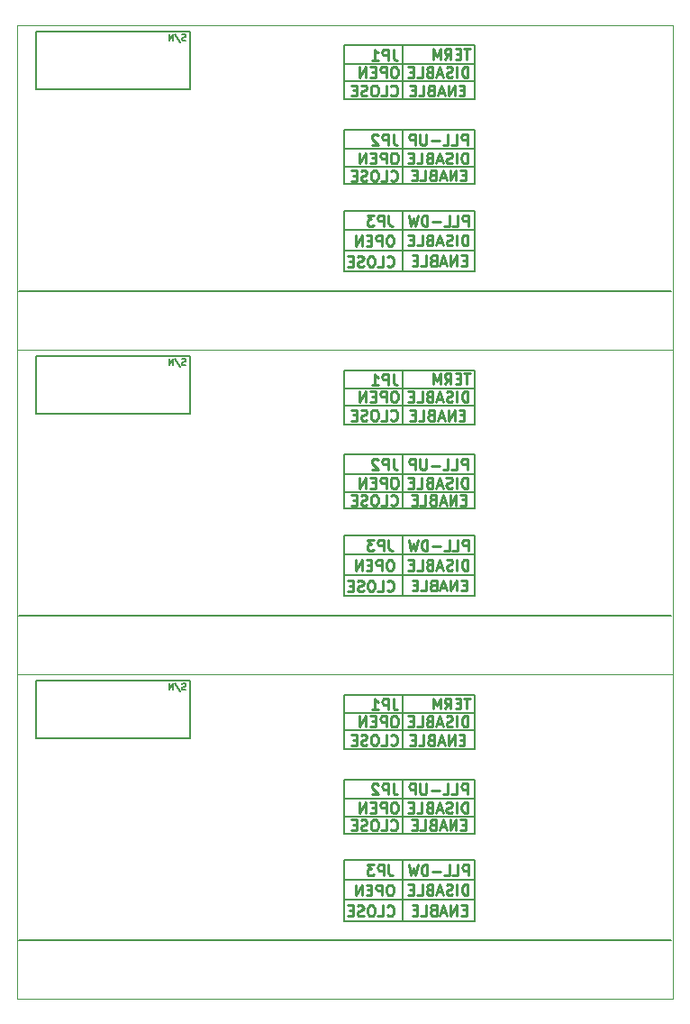
<source format=gbr>
%TF.GenerationSoftware,KiCad,Pcbnew,6.0.11-2627ca5db0~126~ubuntu20.04.1*%
%TF.CreationDate,2024-02-25T19:14:14-05:00*%
%TF.ProjectId,,58585858-5858-4585-9858-585858585858,rev?*%
%TF.SameCoordinates,Original*%
%TF.FileFunction,Legend,Bot*%
%TF.FilePolarity,Positive*%
%FSLAX46Y46*%
G04 Gerber Fmt 4.6, Leading zero omitted, Abs format (unit mm)*
G04 Created by KiCad (PCBNEW 6.0.11-2627ca5db0~126~ubuntu20.04.1) date 2024-02-25 19:14:14*
%MOMM*%
%LPD*%
G01*
G04 APERTURE LIST*
%ADD10C,0.250000*%
%TA.AperFunction,Profile*%
%ADD11C,0.100000*%
%TD*%
%ADD12C,0.150000*%
G04 APERTURE END LIST*
D10*
X107970809Y-124779371D02*
X107637476Y-124779371D01*
X107494619Y-125303180D02*
X107970809Y-125303180D01*
X107970809Y-124303180D01*
X107494619Y-124303180D01*
X107066047Y-125303180D02*
X107066047Y-124303180D01*
X106494619Y-125303180D01*
X106494619Y-124303180D01*
X106066047Y-125017466D02*
X105589857Y-125017466D01*
X106161285Y-125303180D02*
X105827952Y-124303180D01*
X105494619Y-125303180D01*
X104827952Y-124779371D02*
X104685095Y-124826990D01*
X104637476Y-124874609D01*
X104589857Y-124969847D01*
X104589857Y-125112704D01*
X104637476Y-125207942D01*
X104685095Y-125255561D01*
X104780333Y-125303180D01*
X105161285Y-125303180D01*
X105161285Y-124303180D01*
X104827952Y-124303180D01*
X104732714Y-124350800D01*
X104685095Y-124398419D01*
X104637476Y-124493657D01*
X104637476Y-124588895D01*
X104685095Y-124684133D01*
X104732714Y-124731752D01*
X104827952Y-124779371D01*
X105161285Y-124779371D01*
X103685095Y-125303180D02*
X104161285Y-125303180D01*
X104161285Y-124303180D01*
X103351761Y-124779371D02*
X103018428Y-124779371D01*
X102875571Y-125303180D02*
X103351761Y-125303180D01*
X103351761Y-124303180D01*
X102875571Y-124303180D01*
X108158104Y-121543980D02*
X108158104Y-120543980D01*
X107777152Y-120543980D01*
X107681914Y-120591600D01*
X107634295Y-120639219D01*
X107586676Y-120734457D01*
X107586676Y-120877314D01*
X107634295Y-120972552D01*
X107681914Y-121020171D01*
X107777152Y-121067790D01*
X108158104Y-121067790D01*
X106681914Y-121543980D02*
X107158104Y-121543980D01*
X107158104Y-120543980D01*
X105872390Y-121543980D02*
X106348580Y-121543980D01*
X106348580Y-120543980D01*
X105539057Y-121163028D02*
X104777152Y-121163028D01*
X104300961Y-121543980D02*
X104300961Y-120543980D01*
X104062866Y-120543980D01*
X103920009Y-120591600D01*
X103824771Y-120686838D01*
X103777152Y-120782076D01*
X103729533Y-120972552D01*
X103729533Y-121115409D01*
X103777152Y-121305885D01*
X103824771Y-121401123D01*
X103920009Y-121496361D01*
X104062866Y-121543980D01*
X104300961Y-121543980D01*
X103396200Y-120543980D02*
X103158104Y-121543980D01*
X102967628Y-120829695D01*
X102777152Y-121543980D01*
X102539057Y-120543980D01*
X101098733Y-112926780D02*
X101098733Y-113641066D01*
X101146352Y-113783923D01*
X101241590Y-113879161D01*
X101384447Y-113926780D01*
X101479685Y-113926780D01*
X100622542Y-113926780D02*
X100622542Y-112926780D01*
X100241590Y-112926780D01*
X100146352Y-112974400D01*
X100098733Y-113022019D01*
X100051114Y-113117257D01*
X100051114Y-113260114D01*
X100098733Y-113355352D01*
X100146352Y-113402971D01*
X100241590Y-113450590D01*
X100622542Y-113450590D01*
X99670161Y-113022019D02*
X99622542Y-112974400D01*
X99527304Y-112926780D01*
X99289209Y-112926780D01*
X99193971Y-112974400D01*
X99146352Y-113022019D01*
X99098733Y-113117257D01*
X99098733Y-113212495D01*
X99146352Y-113355352D01*
X99717780Y-113926780D01*
X99098733Y-113926780D01*
X108059685Y-113926780D02*
X108059685Y-112926780D01*
X107678733Y-112926780D01*
X107583495Y-112974400D01*
X107535876Y-113022019D01*
X107488257Y-113117257D01*
X107488257Y-113260114D01*
X107535876Y-113355352D01*
X107583495Y-113402971D01*
X107678733Y-113450590D01*
X108059685Y-113450590D01*
X106583495Y-113926780D02*
X107059685Y-113926780D01*
X107059685Y-112926780D01*
X105773971Y-113926780D02*
X106250161Y-113926780D01*
X106250161Y-112926780D01*
X105440638Y-113545828D02*
X104678733Y-113545828D01*
X104202542Y-112926780D02*
X104202542Y-113736304D01*
X104154923Y-113831542D01*
X104107304Y-113879161D01*
X104012066Y-113926780D01*
X103821590Y-113926780D01*
X103726352Y-113879161D01*
X103678733Y-113831542D01*
X103631114Y-113736304D01*
X103631114Y-112926780D01*
X103154923Y-113926780D02*
X103154923Y-112926780D01*
X102773971Y-112926780D01*
X102678733Y-112974400D01*
X102631114Y-113022019D01*
X102583495Y-113117257D01*
X102583495Y-113260114D01*
X102631114Y-113355352D01*
X102678733Y-113402971D01*
X102773971Y-113450590D01*
X103154923Y-113450590D01*
X100873019Y-117221542D02*
X100920638Y-117269161D01*
X101063495Y-117316780D01*
X101158733Y-117316780D01*
X101301590Y-117269161D01*
X101396828Y-117173923D01*
X101444447Y-117078685D01*
X101492066Y-116888209D01*
X101492066Y-116745352D01*
X101444447Y-116554876D01*
X101396828Y-116459638D01*
X101301590Y-116364400D01*
X101158733Y-116316780D01*
X101063495Y-116316780D01*
X100920638Y-116364400D01*
X100873019Y-116412019D01*
X99968257Y-117316780D02*
X100444447Y-117316780D01*
X100444447Y-116316780D01*
X99444447Y-116316780D02*
X99253971Y-116316780D01*
X99158733Y-116364400D01*
X99063495Y-116459638D01*
X99015876Y-116650114D01*
X99015876Y-116983447D01*
X99063495Y-117173923D01*
X99158733Y-117269161D01*
X99253971Y-117316780D01*
X99444447Y-117316780D01*
X99539685Y-117269161D01*
X99634923Y-117173923D01*
X99682542Y-116983447D01*
X99682542Y-116650114D01*
X99634923Y-116459638D01*
X99539685Y-116364400D01*
X99444447Y-116316780D01*
X98634923Y-117269161D02*
X98492066Y-117316780D01*
X98253971Y-117316780D01*
X98158733Y-117269161D01*
X98111114Y-117221542D01*
X98063495Y-117126304D01*
X98063495Y-117031066D01*
X98111114Y-116935828D01*
X98158733Y-116888209D01*
X98253971Y-116840590D01*
X98444447Y-116792971D01*
X98539685Y-116745352D01*
X98587304Y-116697733D01*
X98634923Y-116602495D01*
X98634923Y-116507257D01*
X98587304Y-116412019D01*
X98539685Y-116364400D01*
X98444447Y-116316780D01*
X98206352Y-116316780D01*
X98063495Y-116364400D01*
X97634923Y-116792971D02*
X97301590Y-116792971D01*
X97158733Y-117316780D02*
X97634923Y-117316780D01*
X97634923Y-116316780D01*
X97158733Y-116316780D01*
X100896828Y-122416780D02*
X100706352Y-122416780D01*
X100611114Y-122464400D01*
X100515876Y-122559638D01*
X100468257Y-122750114D01*
X100468257Y-123083447D01*
X100515876Y-123273923D01*
X100611114Y-123369161D01*
X100706352Y-123416780D01*
X100896828Y-123416780D01*
X100992066Y-123369161D01*
X101087304Y-123273923D01*
X101134923Y-123083447D01*
X101134923Y-122750114D01*
X101087304Y-122559638D01*
X100992066Y-122464400D01*
X100896828Y-122416780D01*
X100039685Y-123416780D02*
X100039685Y-122416780D01*
X99658733Y-122416780D01*
X99563495Y-122464400D01*
X99515876Y-122512019D01*
X99468257Y-122607257D01*
X99468257Y-122750114D01*
X99515876Y-122845352D01*
X99563495Y-122892971D01*
X99658733Y-122940590D01*
X100039685Y-122940590D01*
X99039685Y-122892971D02*
X98706352Y-122892971D01*
X98563495Y-123416780D02*
X99039685Y-123416780D01*
X99039685Y-122416780D01*
X98563495Y-122416780D01*
X98134923Y-123416780D02*
X98134923Y-122416780D01*
X97563495Y-123416780D01*
X97563495Y-122416780D01*
X108323323Y-104897580D02*
X107751895Y-104897580D01*
X108037609Y-105897580D02*
X108037609Y-104897580D01*
X107418561Y-105373771D02*
X107085228Y-105373771D01*
X106942371Y-105897580D02*
X107418561Y-105897580D01*
X107418561Y-104897580D01*
X106942371Y-104897580D01*
X105942371Y-105897580D02*
X106275704Y-105421390D01*
X106513800Y-105897580D02*
X106513800Y-104897580D01*
X106132847Y-104897580D01*
X106037609Y-104945200D01*
X105989990Y-104992819D01*
X105942371Y-105088057D01*
X105942371Y-105230914D01*
X105989990Y-105326152D01*
X106037609Y-105373771D01*
X106132847Y-105421390D01*
X106513800Y-105421390D01*
X105513800Y-105897580D02*
X105513800Y-104897580D01*
X105180466Y-105611866D01*
X104847133Y-104897580D01*
X104847133Y-105897580D01*
X100543019Y-125261542D02*
X100590638Y-125309161D01*
X100733495Y-125356780D01*
X100828733Y-125356780D01*
X100971590Y-125309161D01*
X101066828Y-125213923D01*
X101114447Y-125118685D01*
X101162066Y-124928209D01*
X101162066Y-124785352D01*
X101114447Y-124594876D01*
X101066828Y-124499638D01*
X100971590Y-124404400D01*
X100828733Y-124356780D01*
X100733495Y-124356780D01*
X100590638Y-124404400D01*
X100543019Y-124452019D01*
X99638257Y-125356780D02*
X100114447Y-125356780D01*
X100114447Y-124356780D01*
X99114447Y-124356780D02*
X98923971Y-124356780D01*
X98828733Y-124404400D01*
X98733495Y-124499638D01*
X98685876Y-124690114D01*
X98685876Y-125023447D01*
X98733495Y-125213923D01*
X98828733Y-125309161D01*
X98923971Y-125356780D01*
X99114447Y-125356780D01*
X99209685Y-125309161D01*
X99304923Y-125213923D01*
X99352542Y-125023447D01*
X99352542Y-124690114D01*
X99304923Y-124499638D01*
X99209685Y-124404400D01*
X99114447Y-124356780D01*
X98304923Y-125309161D02*
X98162066Y-125356780D01*
X97923971Y-125356780D01*
X97828733Y-125309161D01*
X97781114Y-125261542D01*
X97733495Y-125166304D01*
X97733495Y-125071066D01*
X97781114Y-124975828D01*
X97828733Y-124928209D01*
X97923971Y-124880590D01*
X98114447Y-124832971D01*
X98209685Y-124785352D01*
X98257304Y-124737733D01*
X98304923Y-124642495D01*
X98304923Y-124547257D01*
X98257304Y-124452019D01*
X98209685Y-124404400D01*
X98114447Y-124356780D01*
X97876352Y-124356780D01*
X97733495Y-124404400D01*
X97304923Y-124832971D02*
X96971590Y-124832971D01*
X96828733Y-125356780D02*
X97304923Y-125356780D01*
X97304923Y-124356780D01*
X96828733Y-124356780D01*
X100873019Y-109221542D02*
X100920638Y-109269161D01*
X101063495Y-109316780D01*
X101158733Y-109316780D01*
X101301590Y-109269161D01*
X101396828Y-109173923D01*
X101444447Y-109078685D01*
X101492066Y-108888209D01*
X101492066Y-108745352D01*
X101444447Y-108554876D01*
X101396828Y-108459638D01*
X101301590Y-108364400D01*
X101158733Y-108316780D01*
X101063495Y-108316780D01*
X100920638Y-108364400D01*
X100873019Y-108412019D01*
X99968257Y-109316780D02*
X100444447Y-109316780D01*
X100444447Y-108316780D01*
X99444447Y-108316780D02*
X99253971Y-108316780D01*
X99158733Y-108364400D01*
X99063495Y-108459638D01*
X99015876Y-108650114D01*
X99015876Y-108983447D01*
X99063495Y-109173923D01*
X99158733Y-109269161D01*
X99253971Y-109316780D01*
X99444447Y-109316780D01*
X99539685Y-109269161D01*
X99634923Y-109173923D01*
X99682542Y-108983447D01*
X99682542Y-108650114D01*
X99634923Y-108459638D01*
X99539685Y-108364400D01*
X99444447Y-108316780D01*
X98634923Y-109269161D02*
X98492066Y-109316780D01*
X98253971Y-109316780D01*
X98158733Y-109269161D01*
X98111114Y-109221542D01*
X98063495Y-109126304D01*
X98063495Y-109031066D01*
X98111114Y-108935828D01*
X98158733Y-108888209D01*
X98253971Y-108840590D01*
X98444447Y-108792971D01*
X98539685Y-108745352D01*
X98587304Y-108697733D01*
X98634923Y-108602495D01*
X98634923Y-108507257D01*
X98587304Y-108412019D01*
X98539685Y-108364400D01*
X98444447Y-108316780D01*
X98206352Y-108316780D01*
X98063495Y-108364400D01*
X97634923Y-108792971D02*
X97301590Y-108792971D01*
X97158733Y-109316780D02*
X97634923Y-109316780D01*
X97634923Y-108316780D01*
X97158733Y-108316780D01*
X101296828Y-106576780D02*
X101106352Y-106576780D01*
X101011114Y-106624400D01*
X100915876Y-106719638D01*
X100868257Y-106910114D01*
X100868257Y-107243447D01*
X100915876Y-107433923D01*
X101011114Y-107529161D01*
X101106352Y-107576780D01*
X101296828Y-107576780D01*
X101392066Y-107529161D01*
X101487304Y-107433923D01*
X101534923Y-107243447D01*
X101534923Y-106910114D01*
X101487304Y-106719638D01*
X101392066Y-106624400D01*
X101296828Y-106576780D01*
X100439685Y-107576780D02*
X100439685Y-106576780D01*
X100058733Y-106576780D01*
X99963495Y-106624400D01*
X99915876Y-106672019D01*
X99868257Y-106767257D01*
X99868257Y-106910114D01*
X99915876Y-107005352D01*
X99963495Y-107052971D01*
X100058733Y-107100590D01*
X100439685Y-107100590D01*
X99439685Y-107052971D02*
X99106352Y-107052971D01*
X98963495Y-107576780D02*
X99439685Y-107576780D01*
X99439685Y-106576780D01*
X98963495Y-106576780D01*
X98534923Y-107576780D02*
X98534923Y-106576780D01*
X97963495Y-107576780D01*
X97963495Y-106576780D01*
X108107304Y-123372780D02*
X108107304Y-122372780D01*
X107869209Y-122372780D01*
X107726352Y-122420400D01*
X107631114Y-122515638D01*
X107583495Y-122610876D01*
X107535876Y-122801352D01*
X107535876Y-122944209D01*
X107583495Y-123134685D01*
X107631114Y-123229923D01*
X107726352Y-123325161D01*
X107869209Y-123372780D01*
X108107304Y-123372780D01*
X107107304Y-123372780D02*
X107107304Y-122372780D01*
X106678733Y-123325161D02*
X106535876Y-123372780D01*
X106297780Y-123372780D01*
X106202542Y-123325161D01*
X106154923Y-123277542D01*
X106107304Y-123182304D01*
X106107304Y-123087066D01*
X106154923Y-122991828D01*
X106202542Y-122944209D01*
X106297780Y-122896590D01*
X106488257Y-122848971D01*
X106583495Y-122801352D01*
X106631114Y-122753733D01*
X106678733Y-122658495D01*
X106678733Y-122563257D01*
X106631114Y-122468019D01*
X106583495Y-122420400D01*
X106488257Y-122372780D01*
X106250161Y-122372780D01*
X106107304Y-122420400D01*
X105726352Y-123087066D02*
X105250161Y-123087066D01*
X105821590Y-123372780D02*
X105488257Y-122372780D01*
X105154923Y-123372780D01*
X104488257Y-122848971D02*
X104345400Y-122896590D01*
X104297780Y-122944209D01*
X104250161Y-123039447D01*
X104250161Y-123182304D01*
X104297780Y-123277542D01*
X104345400Y-123325161D01*
X104440638Y-123372780D01*
X104821590Y-123372780D01*
X104821590Y-122372780D01*
X104488257Y-122372780D01*
X104393019Y-122420400D01*
X104345400Y-122468019D01*
X104297780Y-122563257D01*
X104297780Y-122658495D01*
X104345400Y-122753733D01*
X104393019Y-122801352D01*
X104488257Y-122848971D01*
X104821590Y-122848971D01*
X103345400Y-123372780D02*
X103821590Y-123372780D01*
X103821590Y-122372780D01*
X103012066Y-122848971D02*
X102678733Y-122848971D01*
X102535876Y-123372780D02*
X103012066Y-123372780D01*
X103012066Y-122372780D01*
X102535876Y-122372780D01*
X101296828Y-114666780D02*
X101106352Y-114666780D01*
X101011114Y-114714400D01*
X100915876Y-114809638D01*
X100868257Y-115000114D01*
X100868257Y-115333447D01*
X100915876Y-115523923D01*
X101011114Y-115619161D01*
X101106352Y-115666780D01*
X101296828Y-115666780D01*
X101392066Y-115619161D01*
X101487304Y-115523923D01*
X101534923Y-115333447D01*
X101534923Y-115000114D01*
X101487304Y-114809638D01*
X101392066Y-114714400D01*
X101296828Y-114666780D01*
X100439685Y-115666780D02*
X100439685Y-114666780D01*
X100058733Y-114666780D01*
X99963495Y-114714400D01*
X99915876Y-114762019D01*
X99868257Y-114857257D01*
X99868257Y-115000114D01*
X99915876Y-115095352D01*
X99963495Y-115142971D01*
X100058733Y-115190590D01*
X100439685Y-115190590D01*
X99439685Y-115142971D02*
X99106352Y-115142971D01*
X98963495Y-115666780D02*
X99439685Y-115666780D01*
X99439685Y-114666780D01*
X98963495Y-114666780D01*
X98534923Y-115666780D02*
X98534923Y-114666780D01*
X97963495Y-115666780D01*
X97963495Y-114666780D01*
X108087304Y-115666780D02*
X108087304Y-114666780D01*
X107849209Y-114666780D01*
X107706352Y-114714400D01*
X107611114Y-114809638D01*
X107563495Y-114904876D01*
X107515876Y-115095352D01*
X107515876Y-115238209D01*
X107563495Y-115428685D01*
X107611114Y-115523923D01*
X107706352Y-115619161D01*
X107849209Y-115666780D01*
X108087304Y-115666780D01*
X107087304Y-115666780D02*
X107087304Y-114666780D01*
X106658733Y-115619161D02*
X106515876Y-115666780D01*
X106277780Y-115666780D01*
X106182542Y-115619161D01*
X106134923Y-115571542D01*
X106087304Y-115476304D01*
X106087304Y-115381066D01*
X106134923Y-115285828D01*
X106182542Y-115238209D01*
X106277780Y-115190590D01*
X106468257Y-115142971D01*
X106563495Y-115095352D01*
X106611114Y-115047733D01*
X106658733Y-114952495D01*
X106658733Y-114857257D01*
X106611114Y-114762019D01*
X106563495Y-114714400D01*
X106468257Y-114666780D01*
X106230161Y-114666780D01*
X106087304Y-114714400D01*
X105706352Y-115381066D02*
X105230161Y-115381066D01*
X105801590Y-115666780D02*
X105468257Y-114666780D01*
X105134923Y-115666780D01*
X104468257Y-115142971D02*
X104325400Y-115190590D01*
X104277780Y-115238209D01*
X104230161Y-115333447D01*
X104230161Y-115476304D01*
X104277780Y-115571542D01*
X104325400Y-115619161D01*
X104420638Y-115666780D01*
X104801590Y-115666780D01*
X104801590Y-114666780D01*
X104468257Y-114666780D01*
X104373019Y-114714400D01*
X104325400Y-114762019D01*
X104277780Y-114857257D01*
X104277780Y-114952495D01*
X104325400Y-115047733D01*
X104373019Y-115095352D01*
X104468257Y-115142971D01*
X104801590Y-115142971D01*
X103325400Y-115666780D02*
X103801590Y-115666780D01*
X103801590Y-114666780D01*
X102992066Y-115142971D02*
X102658733Y-115142971D01*
X102515876Y-115666780D02*
X102992066Y-115666780D01*
X102992066Y-114666780D01*
X102515876Y-114666780D01*
D11*
X65735200Y-102656000D02*
X127415200Y-102656000D01*
X127415200Y-133156000D02*
X127415200Y-102656000D01*
X65735200Y-102656000D02*
X65735200Y-133156000D01*
X65735200Y-133156000D02*
X127415200Y-133156000D01*
D12*
X108725400Y-112514400D02*
X96455400Y-112514400D01*
X67487600Y-103240000D02*
X82016400Y-103240000D01*
X82016400Y-103240000D02*
X82016400Y-108675600D01*
X82016400Y-108675600D02*
X67487600Y-108675600D01*
X67487600Y-108675600D02*
X67487600Y-103240000D01*
X108725400Y-125814400D02*
X96455400Y-125814400D01*
X108725400Y-104584400D02*
X96455400Y-104584400D01*
X108725400Y-123814400D02*
X96455400Y-123814400D01*
X96455400Y-104584400D02*
X96455400Y-109664400D01*
X108725400Y-114314400D02*
X96455400Y-114314400D01*
X108725400Y-116014400D02*
X96455400Y-116014400D01*
X108725400Y-107914400D02*
X96455400Y-107914400D01*
X108725400Y-120114400D02*
X96455400Y-120114400D01*
X65885200Y-127656000D02*
X127215200Y-127656000D01*
X108725400Y-121914400D02*
X96455400Y-121914400D01*
X102025400Y-104584400D02*
X102025400Y-109664400D01*
X108725400Y-109664400D02*
X96455400Y-109664400D01*
X102025400Y-120114400D02*
X102025400Y-125814400D01*
X108725400Y-117594400D02*
X96455400Y-117594400D01*
X108725400Y-120114400D02*
X108725400Y-125814400D01*
X96455400Y-120114400D02*
X96455400Y-125814400D01*
D10*
X107767609Y-108792971D02*
X107434276Y-108792971D01*
X107291419Y-109316780D02*
X107767609Y-109316780D01*
X107767609Y-108316780D01*
X107291419Y-108316780D01*
X106862847Y-109316780D02*
X106862847Y-108316780D01*
X106291419Y-109316780D01*
X106291419Y-108316780D01*
X105862847Y-109031066D02*
X105386657Y-109031066D01*
X105958085Y-109316780D02*
X105624752Y-108316780D01*
X105291419Y-109316780D01*
X104624752Y-108792971D02*
X104481895Y-108840590D01*
X104434276Y-108888209D01*
X104386657Y-108983447D01*
X104386657Y-109126304D01*
X104434276Y-109221542D01*
X104481895Y-109269161D01*
X104577133Y-109316780D01*
X104958085Y-109316780D01*
X104958085Y-108316780D01*
X104624752Y-108316780D01*
X104529514Y-108364400D01*
X104481895Y-108412019D01*
X104434276Y-108507257D01*
X104434276Y-108602495D01*
X104481895Y-108697733D01*
X104529514Y-108745352D01*
X104624752Y-108792971D01*
X104958085Y-108792971D01*
X103481895Y-109316780D02*
X103958085Y-109316780D01*
X103958085Y-108316780D01*
X103148561Y-108792971D02*
X102815228Y-108792971D01*
X102672371Y-109316780D02*
X103148561Y-109316780D01*
X103148561Y-108316780D01*
X102672371Y-108316780D01*
X108107304Y-107576780D02*
X108107304Y-106576780D01*
X107869209Y-106576780D01*
X107726352Y-106624400D01*
X107631114Y-106719638D01*
X107583495Y-106814876D01*
X107535876Y-107005352D01*
X107535876Y-107148209D01*
X107583495Y-107338685D01*
X107631114Y-107433923D01*
X107726352Y-107529161D01*
X107869209Y-107576780D01*
X108107304Y-107576780D01*
X107107304Y-107576780D02*
X107107304Y-106576780D01*
X106678733Y-107529161D02*
X106535876Y-107576780D01*
X106297780Y-107576780D01*
X106202542Y-107529161D01*
X106154923Y-107481542D01*
X106107304Y-107386304D01*
X106107304Y-107291066D01*
X106154923Y-107195828D01*
X106202542Y-107148209D01*
X106297780Y-107100590D01*
X106488257Y-107052971D01*
X106583495Y-107005352D01*
X106631114Y-106957733D01*
X106678733Y-106862495D01*
X106678733Y-106767257D01*
X106631114Y-106672019D01*
X106583495Y-106624400D01*
X106488257Y-106576780D01*
X106250161Y-106576780D01*
X106107304Y-106624400D01*
X105726352Y-107291066D02*
X105250161Y-107291066D01*
X105821590Y-107576780D02*
X105488257Y-106576780D01*
X105154923Y-107576780D01*
X104488257Y-107052971D02*
X104345400Y-107100590D01*
X104297780Y-107148209D01*
X104250161Y-107243447D01*
X104250161Y-107386304D01*
X104297780Y-107481542D01*
X104345400Y-107529161D01*
X104440638Y-107576780D01*
X104821590Y-107576780D01*
X104821590Y-106576780D01*
X104488257Y-106576780D01*
X104393019Y-106624400D01*
X104345400Y-106672019D01*
X104297780Y-106767257D01*
X104297780Y-106862495D01*
X104345400Y-106957733D01*
X104393019Y-107005352D01*
X104488257Y-107052971D01*
X104821590Y-107052971D01*
X103345400Y-107576780D02*
X103821590Y-107576780D01*
X103821590Y-106576780D01*
X103012066Y-107052971D02*
X102678733Y-107052971D01*
X102535876Y-107576780D02*
X103012066Y-107576780D01*
X103012066Y-106576780D01*
X102535876Y-106576780D01*
X101098733Y-104966780D02*
X101098733Y-105681066D01*
X101146352Y-105823923D01*
X101241590Y-105919161D01*
X101384447Y-105966780D01*
X101479685Y-105966780D01*
X100622542Y-105966780D02*
X100622542Y-104966780D01*
X100241590Y-104966780D01*
X100146352Y-105014400D01*
X100098733Y-105062019D01*
X100051114Y-105157257D01*
X100051114Y-105300114D01*
X100098733Y-105395352D01*
X100146352Y-105442971D01*
X100241590Y-105490590D01*
X100622542Y-105490590D01*
X99098733Y-105966780D02*
X99670161Y-105966780D01*
X99384447Y-105966780D02*
X99384447Y-104966780D01*
X99479685Y-105109638D01*
X99574923Y-105204876D01*
X99670161Y-105252495D01*
D12*
X108725400Y-106314400D02*
X96455400Y-106314400D01*
X81597200Y-104092457D02*
X81511485Y-104121028D01*
X81368628Y-104121028D01*
X81311485Y-104092457D01*
X81282914Y-104063885D01*
X81254342Y-104006742D01*
X81254342Y-103949600D01*
X81282914Y-103892457D01*
X81311485Y-103863885D01*
X81368628Y-103835314D01*
X81482914Y-103806742D01*
X81540057Y-103778171D01*
X81568628Y-103749600D01*
X81597200Y-103692457D01*
X81597200Y-103635314D01*
X81568628Y-103578171D01*
X81540057Y-103549600D01*
X81482914Y-103521028D01*
X81340057Y-103521028D01*
X81254342Y-103549600D01*
X80568628Y-103492457D02*
X81082914Y-104263885D01*
X80368628Y-104121028D02*
X80368628Y-103521028D01*
X80025771Y-104121028D01*
X80025771Y-103521028D01*
X96455400Y-112514400D02*
X96455400Y-117594400D01*
D10*
X100658733Y-120546780D02*
X100658733Y-121261066D01*
X100706352Y-121403923D01*
X100801590Y-121499161D01*
X100944447Y-121546780D01*
X101039685Y-121546780D01*
X100182542Y-121546780D02*
X100182542Y-120546780D01*
X99801590Y-120546780D01*
X99706352Y-120594400D01*
X99658733Y-120642019D01*
X99611114Y-120737257D01*
X99611114Y-120880114D01*
X99658733Y-120975352D01*
X99706352Y-121022971D01*
X99801590Y-121070590D01*
X100182542Y-121070590D01*
X99277780Y-120546780D02*
X98658733Y-120546780D01*
X98992066Y-120927733D01*
X98849209Y-120927733D01*
X98753971Y-120975352D01*
X98706352Y-121022971D01*
X98658733Y-121118209D01*
X98658733Y-121356304D01*
X98706352Y-121451542D01*
X98753971Y-121499161D01*
X98849209Y-121546780D01*
X99134923Y-121546780D01*
X99230161Y-121499161D01*
X99277780Y-121451542D01*
D12*
X102025400Y-112514400D02*
X102025400Y-117594400D01*
X108725400Y-112514400D02*
X108725400Y-117594400D01*
X108725400Y-104584400D02*
X108725400Y-109664400D01*
D10*
X107920009Y-116752971D02*
X107586676Y-116752971D01*
X107443819Y-117276780D02*
X107920009Y-117276780D01*
X107920009Y-116276780D01*
X107443819Y-116276780D01*
X107015247Y-117276780D02*
X107015247Y-116276780D01*
X106443819Y-117276780D01*
X106443819Y-116276780D01*
X106015247Y-116991066D02*
X105539057Y-116991066D01*
X106110485Y-117276780D02*
X105777152Y-116276780D01*
X105443819Y-117276780D01*
X104777152Y-116752971D02*
X104634295Y-116800590D01*
X104586676Y-116848209D01*
X104539057Y-116943447D01*
X104539057Y-117086304D01*
X104586676Y-117181542D01*
X104634295Y-117229161D01*
X104729533Y-117276780D01*
X105110485Y-117276780D01*
X105110485Y-116276780D01*
X104777152Y-116276780D01*
X104681914Y-116324400D01*
X104634295Y-116372019D01*
X104586676Y-116467257D01*
X104586676Y-116562495D01*
X104634295Y-116657733D01*
X104681914Y-116705352D01*
X104777152Y-116752971D01*
X105110485Y-116752971D01*
X103634295Y-117276780D02*
X104110485Y-117276780D01*
X104110485Y-116276780D01*
X103300961Y-116752971D02*
X102967628Y-116752971D01*
X102824771Y-117276780D02*
X103300961Y-117276780D01*
X103300961Y-116276780D01*
X102824771Y-116276780D01*
X107970809Y-94279371D02*
X107637476Y-94279371D01*
X107494619Y-94803180D02*
X107970809Y-94803180D01*
X107970809Y-93803180D01*
X107494619Y-93803180D01*
X107066047Y-94803180D02*
X107066047Y-93803180D01*
X106494619Y-94803180D01*
X106494619Y-93803180D01*
X106066047Y-94517466D02*
X105589857Y-94517466D01*
X106161285Y-94803180D02*
X105827952Y-93803180D01*
X105494619Y-94803180D01*
X104827952Y-94279371D02*
X104685095Y-94326990D01*
X104637476Y-94374609D01*
X104589857Y-94469847D01*
X104589857Y-94612704D01*
X104637476Y-94707942D01*
X104685095Y-94755561D01*
X104780333Y-94803180D01*
X105161285Y-94803180D01*
X105161285Y-93803180D01*
X104827952Y-93803180D01*
X104732714Y-93850800D01*
X104685095Y-93898419D01*
X104637476Y-93993657D01*
X104637476Y-94088895D01*
X104685095Y-94184133D01*
X104732714Y-94231752D01*
X104827952Y-94279371D01*
X105161285Y-94279371D01*
X103685095Y-94803180D02*
X104161285Y-94803180D01*
X104161285Y-93803180D01*
X103351761Y-94279371D02*
X103018428Y-94279371D01*
X102875571Y-94803180D02*
X103351761Y-94803180D01*
X103351761Y-93803180D01*
X102875571Y-93803180D01*
X108158104Y-91043980D02*
X108158104Y-90043980D01*
X107777152Y-90043980D01*
X107681914Y-90091600D01*
X107634295Y-90139219D01*
X107586676Y-90234457D01*
X107586676Y-90377314D01*
X107634295Y-90472552D01*
X107681914Y-90520171D01*
X107777152Y-90567790D01*
X108158104Y-90567790D01*
X106681914Y-91043980D02*
X107158104Y-91043980D01*
X107158104Y-90043980D01*
X105872390Y-91043980D02*
X106348580Y-91043980D01*
X106348580Y-90043980D01*
X105539057Y-90663028D02*
X104777152Y-90663028D01*
X104300961Y-91043980D02*
X104300961Y-90043980D01*
X104062866Y-90043980D01*
X103920009Y-90091600D01*
X103824771Y-90186838D01*
X103777152Y-90282076D01*
X103729533Y-90472552D01*
X103729533Y-90615409D01*
X103777152Y-90805885D01*
X103824771Y-90901123D01*
X103920009Y-90996361D01*
X104062866Y-91043980D01*
X104300961Y-91043980D01*
X103396200Y-90043980D02*
X103158104Y-91043980D01*
X102967628Y-90329695D01*
X102777152Y-91043980D01*
X102539057Y-90043980D01*
X101098733Y-82426780D02*
X101098733Y-83141066D01*
X101146352Y-83283923D01*
X101241590Y-83379161D01*
X101384447Y-83426780D01*
X101479685Y-83426780D01*
X100622542Y-83426780D02*
X100622542Y-82426780D01*
X100241590Y-82426780D01*
X100146352Y-82474400D01*
X100098733Y-82522019D01*
X100051114Y-82617257D01*
X100051114Y-82760114D01*
X100098733Y-82855352D01*
X100146352Y-82902971D01*
X100241590Y-82950590D01*
X100622542Y-82950590D01*
X99670161Y-82522019D02*
X99622542Y-82474400D01*
X99527304Y-82426780D01*
X99289209Y-82426780D01*
X99193971Y-82474400D01*
X99146352Y-82522019D01*
X99098733Y-82617257D01*
X99098733Y-82712495D01*
X99146352Y-82855352D01*
X99717780Y-83426780D01*
X99098733Y-83426780D01*
X108059685Y-83426780D02*
X108059685Y-82426780D01*
X107678733Y-82426780D01*
X107583495Y-82474400D01*
X107535876Y-82522019D01*
X107488257Y-82617257D01*
X107488257Y-82760114D01*
X107535876Y-82855352D01*
X107583495Y-82902971D01*
X107678733Y-82950590D01*
X108059685Y-82950590D01*
X106583495Y-83426780D02*
X107059685Y-83426780D01*
X107059685Y-82426780D01*
X105773971Y-83426780D02*
X106250161Y-83426780D01*
X106250161Y-82426780D01*
X105440638Y-83045828D02*
X104678733Y-83045828D01*
X104202542Y-82426780D02*
X104202542Y-83236304D01*
X104154923Y-83331542D01*
X104107304Y-83379161D01*
X104012066Y-83426780D01*
X103821590Y-83426780D01*
X103726352Y-83379161D01*
X103678733Y-83331542D01*
X103631114Y-83236304D01*
X103631114Y-82426780D01*
X103154923Y-83426780D02*
X103154923Y-82426780D01*
X102773971Y-82426780D01*
X102678733Y-82474400D01*
X102631114Y-82522019D01*
X102583495Y-82617257D01*
X102583495Y-82760114D01*
X102631114Y-82855352D01*
X102678733Y-82902971D01*
X102773971Y-82950590D01*
X103154923Y-82950590D01*
X100873019Y-86721542D02*
X100920638Y-86769161D01*
X101063495Y-86816780D01*
X101158733Y-86816780D01*
X101301590Y-86769161D01*
X101396828Y-86673923D01*
X101444447Y-86578685D01*
X101492066Y-86388209D01*
X101492066Y-86245352D01*
X101444447Y-86054876D01*
X101396828Y-85959638D01*
X101301590Y-85864400D01*
X101158733Y-85816780D01*
X101063495Y-85816780D01*
X100920638Y-85864400D01*
X100873019Y-85912019D01*
X99968257Y-86816780D02*
X100444447Y-86816780D01*
X100444447Y-85816780D01*
X99444447Y-85816780D02*
X99253971Y-85816780D01*
X99158733Y-85864400D01*
X99063495Y-85959638D01*
X99015876Y-86150114D01*
X99015876Y-86483447D01*
X99063495Y-86673923D01*
X99158733Y-86769161D01*
X99253971Y-86816780D01*
X99444447Y-86816780D01*
X99539685Y-86769161D01*
X99634923Y-86673923D01*
X99682542Y-86483447D01*
X99682542Y-86150114D01*
X99634923Y-85959638D01*
X99539685Y-85864400D01*
X99444447Y-85816780D01*
X98634923Y-86769161D02*
X98492066Y-86816780D01*
X98253971Y-86816780D01*
X98158733Y-86769161D01*
X98111114Y-86721542D01*
X98063495Y-86626304D01*
X98063495Y-86531066D01*
X98111114Y-86435828D01*
X98158733Y-86388209D01*
X98253971Y-86340590D01*
X98444447Y-86292971D01*
X98539685Y-86245352D01*
X98587304Y-86197733D01*
X98634923Y-86102495D01*
X98634923Y-86007257D01*
X98587304Y-85912019D01*
X98539685Y-85864400D01*
X98444447Y-85816780D01*
X98206352Y-85816780D01*
X98063495Y-85864400D01*
X97634923Y-86292971D02*
X97301590Y-86292971D01*
X97158733Y-86816780D02*
X97634923Y-86816780D01*
X97634923Y-85816780D01*
X97158733Y-85816780D01*
X100896828Y-91916780D02*
X100706352Y-91916780D01*
X100611114Y-91964400D01*
X100515876Y-92059638D01*
X100468257Y-92250114D01*
X100468257Y-92583447D01*
X100515876Y-92773923D01*
X100611114Y-92869161D01*
X100706352Y-92916780D01*
X100896828Y-92916780D01*
X100992066Y-92869161D01*
X101087304Y-92773923D01*
X101134923Y-92583447D01*
X101134923Y-92250114D01*
X101087304Y-92059638D01*
X100992066Y-91964400D01*
X100896828Y-91916780D01*
X100039685Y-92916780D02*
X100039685Y-91916780D01*
X99658733Y-91916780D01*
X99563495Y-91964400D01*
X99515876Y-92012019D01*
X99468257Y-92107257D01*
X99468257Y-92250114D01*
X99515876Y-92345352D01*
X99563495Y-92392971D01*
X99658733Y-92440590D01*
X100039685Y-92440590D01*
X99039685Y-92392971D02*
X98706352Y-92392971D01*
X98563495Y-92916780D02*
X99039685Y-92916780D01*
X99039685Y-91916780D01*
X98563495Y-91916780D01*
X98134923Y-92916780D02*
X98134923Y-91916780D01*
X97563495Y-92916780D01*
X97563495Y-91916780D01*
X108323323Y-74397580D02*
X107751895Y-74397580D01*
X108037609Y-75397580D02*
X108037609Y-74397580D01*
X107418561Y-74873771D02*
X107085228Y-74873771D01*
X106942371Y-75397580D02*
X107418561Y-75397580D01*
X107418561Y-74397580D01*
X106942371Y-74397580D01*
X105942371Y-75397580D02*
X106275704Y-74921390D01*
X106513800Y-75397580D02*
X106513800Y-74397580D01*
X106132847Y-74397580D01*
X106037609Y-74445200D01*
X105989990Y-74492819D01*
X105942371Y-74588057D01*
X105942371Y-74730914D01*
X105989990Y-74826152D01*
X106037609Y-74873771D01*
X106132847Y-74921390D01*
X106513800Y-74921390D01*
X105513800Y-75397580D02*
X105513800Y-74397580D01*
X105180466Y-75111866D01*
X104847133Y-74397580D01*
X104847133Y-75397580D01*
X100543019Y-94761542D02*
X100590638Y-94809161D01*
X100733495Y-94856780D01*
X100828733Y-94856780D01*
X100971590Y-94809161D01*
X101066828Y-94713923D01*
X101114447Y-94618685D01*
X101162066Y-94428209D01*
X101162066Y-94285352D01*
X101114447Y-94094876D01*
X101066828Y-93999638D01*
X100971590Y-93904400D01*
X100828733Y-93856780D01*
X100733495Y-93856780D01*
X100590638Y-93904400D01*
X100543019Y-93952019D01*
X99638257Y-94856780D02*
X100114447Y-94856780D01*
X100114447Y-93856780D01*
X99114447Y-93856780D02*
X98923971Y-93856780D01*
X98828733Y-93904400D01*
X98733495Y-93999638D01*
X98685876Y-94190114D01*
X98685876Y-94523447D01*
X98733495Y-94713923D01*
X98828733Y-94809161D01*
X98923971Y-94856780D01*
X99114447Y-94856780D01*
X99209685Y-94809161D01*
X99304923Y-94713923D01*
X99352542Y-94523447D01*
X99352542Y-94190114D01*
X99304923Y-93999638D01*
X99209685Y-93904400D01*
X99114447Y-93856780D01*
X98304923Y-94809161D02*
X98162066Y-94856780D01*
X97923971Y-94856780D01*
X97828733Y-94809161D01*
X97781114Y-94761542D01*
X97733495Y-94666304D01*
X97733495Y-94571066D01*
X97781114Y-94475828D01*
X97828733Y-94428209D01*
X97923971Y-94380590D01*
X98114447Y-94332971D01*
X98209685Y-94285352D01*
X98257304Y-94237733D01*
X98304923Y-94142495D01*
X98304923Y-94047257D01*
X98257304Y-93952019D01*
X98209685Y-93904400D01*
X98114447Y-93856780D01*
X97876352Y-93856780D01*
X97733495Y-93904400D01*
X97304923Y-94332971D02*
X96971590Y-94332971D01*
X96828733Y-94856780D02*
X97304923Y-94856780D01*
X97304923Y-93856780D01*
X96828733Y-93856780D01*
X100873019Y-78721542D02*
X100920638Y-78769161D01*
X101063495Y-78816780D01*
X101158733Y-78816780D01*
X101301590Y-78769161D01*
X101396828Y-78673923D01*
X101444447Y-78578685D01*
X101492066Y-78388209D01*
X101492066Y-78245352D01*
X101444447Y-78054876D01*
X101396828Y-77959638D01*
X101301590Y-77864400D01*
X101158733Y-77816780D01*
X101063495Y-77816780D01*
X100920638Y-77864400D01*
X100873019Y-77912019D01*
X99968257Y-78816780D02*
X100444447Y-78816780D01*
X100444447Y-77816780D01*
X99444447Y-77816780D02*
X99253971Y-77816780D01*
X99158733Y-77864400D01*
X99063495Y-77959638D01*
X99015876Y-78150114D01*
X99015876Y-78483447D01*
X99063495Y-78673923D01*
X99158733Y-78769161D01*
X99253971Y-78816780D01*
X99444447Y-78816780D01*
X99539685Y-78769161D01*
X99634923Y-78673923D01*
X99682542Y-78483447D01*
X99682542Y-78150114D01*
X99634923Y-77959638D01*
X99539685Y-77864400D01*
X99444447Y-77816780D01*
X98634923Y-78769161D02*
X98492066Y-78816780D01*
X98253971Y-78816780D01*
X98158733Y-78769161D01*
X98111114Y-78721542D01*
X98063495Y-78626304D01*
X98063495Y-78531066D01*
X98111114Y-78435828D01*
X98158733Y-78388209D01*
X98253971Y-78340590D01*
X98444447Y-78292971D01*
X98539685Y-78245352D01*
X98587304Y-78197733D01*
X98634923Y-78102495D01*
X98634923Y-78007257D01*
X98587304Y-77912019D01*
X98539685Y-77864400D01*
X98444447Y-77816780D01*
X98206352Y-77816780D01*
X98063495Y-77864400D01*
X97634923Y-78292971D02*
X97301590Y-78292971D01*
X97158733Y-78816780D02*
X97634923Y-78816780D01*
X97634923Y-77816780D01*
X97158733Y-77816780D01*
X101296828Y-76076780D02*
X101106352Y-76076780D01*
X101011114Y-76124400D01*
X100915876Y-76219638D01*
X100868257Y-76410114D01*
X100868257Y-76743447D01*
X100915876Y-76933923D01*
X101011114Y-77029161D01*
X101106352Y-77076780D01*
X101296828Y-77076780D01*
X101392066Y-77029161D01*
X101487304Y-76933923D01*
X101534923Y-76743447D01*
X101534923Y-76410114D01*
X101487304Y-76219638D01*
X101392066Y-76124400D01*
X101296828Y-76076780D01*
X100439685Y-77076780D02*
X100439685Y-76076780D01*
X100058733Y-76076780D01*
X99963495Y-76124400D01*
X99915876Y-76172019D01*
X99868257Y-76267257D01*
X99868257Y-76410114D01*
X99915876Y-76505352D01*
X99963495Y-76552971D01*
X100058733Y-76600590D01*
X100439685Y-76600590D01*
X99439685Y-76552971D02*
X99106352Y-76552971D01*
X98963495Y-77076780D02*
X99439685Y-77076780D01*
X99439685Y-76076780D01*
X98963495Y-76076780D01*
X98534923Y-77076780D02*
X98534923Y-76076780D01*
X97963495Y-77076780D01*
X97963495Y-76076780D01*
X108107304Y-92872780D02*
X108107304Y-91872780D01*
X107869209Y-91872780D01*
X107726352Y-91920400D01*
X107631114Y-92015638D01*
X107583495Y-92110876D01*
X107535876Y-92301352D01*
X107535876Y-92444209D01*
X107583495Y-92634685D01*
X107631114Y-92729923D01*
X107726352Y-92825161D01*
X107869209Y-92872780D01*
X108107304Y-92872780D01*
X107107304Y-92872780D02*
X107107304Y-91872780D01*
X106678733Y-92825161D02*
X106535876Y-92872780D01*
X106297780Y-92872780D01*
X106202542Y-92825161D01*
X106154923Y-92777542D01*
X106107304Y-92682304D01*
X106107304Y-92587066D01*
X106154923Y-92491828D01*
X106202542Y-92444209D01*
X106297780Y-92396590D01*
X106488257Y-92348971D01*
X106583495Y-92301352D01*
X106631114Y-92253733D01*
X106678733Y-92158495D01*
X106678733Y-92063257D01*
X106631114Y-91968019D01*
X106583495Y-91920400D01*
X106488257Y-91872780D01*
X106250161Y-91872780D01*
X106107304Y-91920400D01*
X105726352Y-92587066D02*
X105250161Y-92587066D01*
X105821590Y-92872780D02*
X105488257Y-91872780D01*
X105154923Y-92872780D01*
X104488257Y-92348971D02*
X104345400Y-92396590D01*
X104297780Y-92444209D01*
X104250161Y-92539447D01*
X104250161Y-92682304D01*
X104297780Y-92777542D01*
X104345400Y-92825161D01*
X104440638Y-92872780D01*
X104821590Y-92872780D01*
X104821590Y-91872780D01*
X104488257Y-91872780D01*
X104393019Y-91920400D01*
X104345400Y-91968019D01*
X104297780Y-92063257D01*
X104297780Y-92158495D01*
X104345400Y-92253733D01*
X104393019Y-92301352D01*
X104488257Y-92348971D01*
X104821590Y-92348971D01*
X103345400Y-92872780D02*
X103821590Y-92872780D01*
X103821590Y-91872780D01*
X103012066Y-92348971D02*
X102678733Y-92348971D01*
X102535876Y-92872780D02*
X103012066Y-92872780D01*
X103012066Y-91872780D01*
X102535876Y-91872780D01*
X101296828Y-84166780D02*
X101106352Y-84166780D01*
X101011114Y-84214400D01*
X100915876Y-84309638D01*
X100868257Y-84500114D01*
X100868257Y-84833447D01*
X100915876Y-85023923D01*
X101011114Y-85119161D01*
X101106352Y-85166780D01*
X101296828Y-85166780D01*
X101392066Y-85119161D01*
X101487304Y-85023923D01*
X101534923Y-84833447D01*
X101534923Y-84500114D01*
X101487304Y-84309638D01*
X101392066Y-84214400D01*
X101296828Y-84166780D01*
X100439685Y-85166780D02*
X100439685Y-84166780D01*
X100058733Y-84166780D01*
X99963495Y-84214400D01*
X99915876Y-84262019D01*
X99868257Y-84357257D01*
X99868257Y-84500114D01*
X99915876Y-84595352D01*
X99963495Y-84642971D01*
X100058733Y-84690590D01*
X100439685Y-84690590D01*
X99439685Y-84642971D02*
X99106352Y-84642971D01*
X98963495Y-85166780D02*
X99439685Y-85166780D01*
X99439685Y-84166780D01*
X98963495Y-84166780D01*
X98534923Y-85166780D02*
X98534923Y-84166780D01*
X97963495Y-85166780D01*
X97963495Y-84166780D01*
X108087304Y-85166780D02*
X108087304Y-84166780D01*
X107849209Y-84166780D01*
X107706352Y-84214400D01*
X107611114Y-84309638D01*
X107563495Y-84404876D01*
X107515876Y-84595352D01*
X107515876Y-84738209D01*
X107563495Y-84928685D01*
X107611114Y-85023923D01*
X107706352Y-85119161D01*
X107849209Y-85166780D01*
X108087304Y-85166780D01*
X107087304Y-85166780D02*
X107087304Y-84166780D01*
X106658733Y-85119161D02*
X106515876Y-85166780D01*
X106277780Y-85166780D01*
X106182542Y-85119161D01*
X106134923Y-85071542D01*
X106087304Y-84976304D01*
X106087304Y-84881066D01*
X106134923Y-84785828D01*
X106182542Y-84738209D01*
X106277780Y-84690590D01*
X106468257Y-84642971D01*
X106563495Y-84595352D01*
X106611114Y-84547733D01*
X106658733Y-84452495D01*
X106658733Y-84357257D01*
X106611114Y-84262019D01*
X106563495Y-84214400D01*
X106468257Y-84166780D01*
X106230161Y-84166780D01*
X106087304Y-84214400D01*
X105706352Y-84881066D02*
X105230161Y-84881066D01*
X105801590Y-85166780D02*
X105468257Y-84166780D01*
X105134923Y-85166780D01*
X104468257Y-84642971D02*
X104325400Y-84690590D01*
X104277780Y-84738209D01*
X104230161Y-84833447D01*
X104230161Y-84976304D01*
X104277780Y-85071542D01*
X104325400Y-85119161D01*
X104420638Y-85166780D01*
X104801590Y-85166780D01*
X104801590Y-84166780D01*
X104468257Y-84166780D01*
X104373019Y-84214400D01*
X104325400Y-84262019D01*
X104277780Y-84357257D01*
X104277780Y-84452495D01*
X104325400Y-84547733D01*
X104373019Y-84595352D01*
X104468257Y-84642971D01*
X104801590Y-84642971D01*
X103325400Y-85166780D02*
X103801590Y-85166780D01*
X103801590Y-84166780D01*
X102992066Y-84642971D02*
X102658733Y-84642971D01*
X102515876Y-85166780D02*
X102992066Y-85166780D01*
X102992066Y-84166780D01*
X102515876Y-84166780D01*
D11*
X65735200Y-72156000D02*
X127415200Y-72156000D01*
X127415200Y-102656000D02*
X127415200Y-72156000D01*
X65735200Y-72156000D02*
X65735200Y-102656000D01*
X65735200Y-102656000D02*
X127415200Y-102656000D01*
D12*
X108725400Y-82014400D02*
X96455400Y-82014400D01*
X67487600Y-72740000D02*
X82016400Y-72740000D01*
X82016400Y-72740000D02*
X82016400Y-78175600D01*
X82016400Y-78175600D02*
X67487600Y-78175600D01*
X67487600Y-78175600D02*
X67487600Y-72740000D01*
X108725400Y-95314400D02*
X96455400Y-95314400D01*
X108725400Y-74084400D02*
X96455400Y-74084400D01*
X108725400Y-93314400D02*
X96455400Y-93314400D01*
X96455400Y-74084400D02*
X96455400Y-79164400D01*
X108725400Y-83814400D02*
X96455400Y-83814400D01*
X108725400Y-85514400D02*
X96455400Y-85514400D01*
X108725400Y-77414400D02*
X96455400Y-77414400D01*
X108725400Y-89614400D02*
X96455400Y-89614400D01*
X65885200Y-97156000D02*
X127215200Y-97156000D01*
X108725400Y-91414400D02*
X96455400Y-91414400D01*
X102025400Y-74084400D02*
X102025400Y-79164400D01*
X108725400Y-79164400D02*
X96455400Y-79164400D01*
X102025400Y-89614400D02*
X102025400Y-95314400D01*
X108725400Y-87094400D02*
X96455400Y-87094400D01*
X108725400Y-89614400D02*
X108725400Y-95314400D01*
X96455400Y-89614400D02*
X96455400Y-95314400D01*
D10*
X107767609Y-78292971D02*
X107434276Y-78292971D01*
X107291419Y-78816780D02*
X107767609Y-78816780D01*
X107767609Y-77816780D01*
X107291419Y-77816780D01*
X106862847Y-78816780D02*
X106862847Y-77816780D01*
X106291419Y-78816780D01*
X106291419Y-77816780D01*
X105862847Y-78531066D02*
X105386657Y-78531066D01*
X105958085Y-78816780D02*
X105624752Y-77816780D01*
X105291419Y-78816780D01*
X104624752Y-78292971D02*
X104481895Y-78340590D01*
X104434276Y-78388209D01*
X104386657Y-78483447D01*
X104386657Y-78626304D01*
X104434276Y-78721542D01*
X104481895Y-78769161D01*
X104577133Y-78816780D01*
X104958085Y-78816780D01*
X104958085Y-77816780D01*
X104624752Y-77816780D01*
X104529514Y-77864400D01*
X104481895Y-77912019D01*
X104434276Y-78007257D01*
X104434276Y-78102495D01*
X104481895Y-78197733D01*
X104529514Y-78245352D01*
X104624752Y-78292971D01*
X104958085Y-78292971D01*
X103481895Y-78816780D02*
X103958085Y-78816780D01*
X103958085Y-77816780D01*
X103148561Y-78292971D02*
X102815228Y-78292971D01*
X102672371Y-78816780D02*
X103148561Y-78816780D01*
X103148561Y-77816780D01*
X102672371Y-77816780D01*
X108107304Y-77076780D02*
X108107304Y-76076780D01*
X107869209Y-76076780D01*
X107726352Y-76124400D01*
X107631114Y-76219638D01*
X107583495Y-76314876D01*
X107535876Y-76505352D01*
X107535876Y-76648209D01*
X107583495Y-76838685D01*
X107631114Y-76933923D01*
X107726352Y-77029161D01*
X107869209Y-77076780D01*
X108107304Y-77076780D01*
X107107304Y-77076780D02*
X107107304Y-76076780D01*
X106678733Y-77029161D02*
X106535876Y-77076780D01*
X106297780Y-77076780D01*
X106202542Y-77029161D01*
X106154923Y-76981542D01*
X106107304Y-76886304D01*
X106107304Y-76791066D01*
X106154923Y-76695828D01*
X106202542Y-76648209D01*
X106297780Y-76600590D01*
X106488257Y-76552971D01*
X106583495Y-76505352D01*
X106631114Y-76457733D01*
X106678733Y-76362495D01*
X106678733Y-76267257D01*
X106631114Y-76172019D01*
X106583495Y-76124400D01*
X106488257Y-76076780D01*
X106250161Y-76076780D01*
X106107304Y-76124400D01*
X105726352Y-76791066D02*
X105250161Y-76791066D01*
X105821590Y-77076780D02*
X105488257Y-76076780D01*
X105154923Y-77076780D01*
X104488257Y-76552971D02*
X104345400Y-76600590D01*
X104297780Y-76648209D01*
X104250161Y-76743447D01*
X104250161Y-76886304D01*
X104297780Y-76981542D01*
X104345400Y-77029161D01*
X104440638Y-77076780D01*
X104821590Y-77076780D01*
X104821590Y-76076780D01*
X104488257Y-76076780D01*
X104393019Y-76124400D01*
X104345400Y-76172019D01*
X104297780Y-76267257D01*
X104297780Y-76362495D01*
X104345400Y-76457733D01*
X104393019Y-76505352D01*
X104488257Y-76552971D01*
X104821590Y-76552971D01*
X103345400Y-77076780D02*
X103821590Y-77076780D01*
X103821590Y-76076780D01*
X103012066Y-76552971D02*
X102678733Y-76552971D01*
X102535876Y-77076780D02*
X103012066Y-77076780D01*
X103012066Y-76076780D01*
X102535876Y-76076780D01*
X101098733Y-74466780D02*
X101098733Y-75181066D01*
X101146352Y-75323923D01*
X101241590Y-75419161D01*
X101384447Y-75466780D01*
X101479685Y-75466780D01*
X100622542Y-75466780D02*
X100622542Y-74466780D01*
X100241590Y-74466780D01*
X100146352Y-74514400D01*
X100098733Y-74562019D01*
X100051114Y-74657257D01*
X100051114Y-74800114D01*
X100098733Y-74895352D01*
X100146352Y-74942971D01*
X100241590Y-74990590D01*
X100622542Y-74990590D01*
X99098733Y-75466780D02*
X99670161Y-75466780D01*
X99384447Y-75466780D02*
X99384447Y-74466780D01*
X99479685Y-74609638D01*
X99574923Y-74704876D01*
X99670161Y-74752495D01*
D12*
X108725400Y-75814400D02*
X96455400Y-75814400D01*
X81597200Y-73592457D02*
X81511485Y-73621028D01*
X81368628Y-73621028D01*
X81311485Y-73592457D01*
X81282914Y-73563885D01*
X81254342Y-73506742D01*
X81254342Y-73449600D01*
X81282914Y-73392457D01*
X81311485Y-73363885D01*
X81368628Y-73335314D01*
X81482914Y-73306742D01*
X81540057Y-73278171D01*
X81568628Y-73249600D01*
X81597200Y-73192457D01*
X81597200Y-73135314D01*
X81568628Y-73078171D01*
X81540057Y-73049600D01*
X81482914Y-73021028D01*
X81340057Y-73021028D01*
X81254342Y-73049600D01*
X80568628Y-72992457D02*
X81082914Y-73763885D01*
X80368628Y-73621028D02*
X80368628Y-73021028D01*
X80025771Y-73621028D01*
X80025771Y-73021028D01*
X96455400Y-82014400D02*
X96455400Y-87094400D01*
D10*
X100658733Y-90046780D02*
X100658733Y-90761066D01*
X100706352Y-90903923D01*
X100801590Y-90999161D01*
X100944447Y-91046780D01*
X101039685Y-91046780D01*
X100182542Y-91046780D02*
X100182542Y-90046780D01*
X99801590Y-90046780D01*
X99706352Y-90094400D01*
X99658733Y-90142019D01*
X99611114Y-90237257D01*
X99611114Y-90380114D01*
X99658733Y-90475352D01*
X99706352Y-90522971D01*
X99801590Y-90570590D01*
X100182542Y-90570590D01*
X99277780Y-90046780D02*
X98658733Y-90046780D01*
X98992066Y-90427733D01*
X98849209Y-90427733D01*
X98753971Y-90475352D01*
X98706352Y-90522971D01*
X98658733Y-90618209D01*
X98658733Y-90856304D01*
X98706352Y-90951542D01*
X98753971Y-90999161D01*
X98849209Y-91046780D01*
X99134923Y-91046780D01*
X99230161Y-90999161D01*
X99277780Y-90951542D01*
D12*
X102025400Y-82014400D02*
X102025400Y-87094400D01*
X108725400Y-82014400D02*
X108725400Y-87094400D01*
X108725400Y-74084400D02*
X108725400Y-79164400D01*
D10*
X107920009Y-86252971D02*
X107586676Y-86252971D01*
X107443819Y-86776780D02*
X107920009Y-86776780D01*
X107920009Y-85776780D01*
X107443819Y-85776780D01*
X107015247Y-86776780D02*
X107015247Y-85776780D01*
X106443819Y-86776780D01*
X106443819Y-85776780D01*
X106015247Y-86491066D02*
X105539057Y-86491066D01*
X106110485Y-86776780D02*
X105777152Y-85776780D01*
X105443819Y-86776780D01*
X104777152Y-86252971D02*
X104634295Y-86300590D01*
X104586676Y-86348209D01*
X104539057Y-86443447D01*
X104539057Y-86586304D01*
X104586676Y-86681542D01*
X104634295Y-86729161D01*
X104729533Y-86776780D01*
X105110485Y-86776780D01*
X105110485Y-85776780D01*
X104777152Y-85776780D01*
X104681914Y-85824400D01*
X104634295Y-85872019D01*
X104586676Y-85967257D01*
X104586676Y-86062495D01*
X104634295Y-86157733D01*
X104681914Y-86205352D01*
X104777152Y-86252971D01*
X105110485Y-86252971D01*
X103634295Y-86776780D02*
X104110485Y-86776780D01*
X104110485Y-85776780D01*
X103300961Y-86252971D02*
X102967628Y-86252971D01*
X102824771Y-86776780D02*
X103300961Y-86776780D01*
X103300961Y-85776780D01*
X102824771Y-85776780D01*
D12*
X102025400Y-51514400D02*
X102025400Y-56594400D01*
X108725400Y-43584400D02*
X108725400Y-48664400D01*
X108725400Y-51514400D02*
X108725400Y-56594400D01*
X108725400Y-59114400D02*
X108725400Y-64814400D01*
X108725400Y-45314400D02*
X96455400Y-45314400D01*
X96455400Y-51514400D02*
X96455400Y-56594400D01*
X96455400Y-59114400D02*
X96455400Y-64814400D01*
X108725400Y-56594400D02*
X96455400Y-56594400D01*
X102025400Y-59114400D02*
X102025400Y-64814400D01*
X108725400Y-48664400D02*
X96455400Y-48664400D01*
X102025400Y-43584400D02*
X102025400Y-48664400D01*
X108725400Y-60914400D02*
X96455400Y-60914400D01*
X65885200Y-66656000D02*
X127215200Y-66656000D01*
X108725400Y-59114400D02*
X96455400Y-59114400D01*
X108725400Y-46914400D02*
X96455400Y-46914400D01*
X108725400Y-55014400D02*
X96455400Y-55014400D01*
X108725400Y-53314400D02*
X96455400Y-53314400D01*
X96455400Y-43584400D02*
X96455400Y-48664400D01*
X108725400Y-62814400D02*
X96455400Y-62814400D01*
X108725400Y-43584400D02*
X96455400Y-43584400D01*
X108725400Y-64814400D02*
X96455400Y-64814400D01*
X67487600Y-42240000D02*
X82016400Y-42240000D01*
X82016400Y-42240000D02*
X82016400Y-47675600D01*
X82016400Y-47675600D02*
X67487600Y-47675600D01*
X67487600Y-47675600D02*
X67487600Y-42240000D01*
X108725400Y-51514400D02*
X96455400Y-51514400D01*
D11*
X65735200Y-72156000D02*
X127415200Y-72156000D01*
X65735200Y-41656000D02*
X65735200Y-72156000D01*
X127415200Y-72156000D02*
X127415200Y-41656000D01*
X65735200Y-41656000D02*
X127415200Y-41656000D01*
D12*
X81597200Y-43092457D02*
X81511485Y-43121028D01*
X81368628Y-43121028D01*
X81311485Y-43092457D01*
X81282914Y-43063885D01*
X81254342Y-43006742D01*
X81254342Y-42949600D01*
X81282914Y-42892457D01*
X81311485Y-42863885D01*
X81368628Y-42835314D01*
X81482914Y-42806742D01*
X81540057Y-42778171D01*
X81568628Y-42749600D01*
X81597200Y-42692457D01*
X81597200Y-42635314D01*
X81568628Y-42578171D01*
X81540057Y-42549600D01*
X81482914Y-42521028D01*
X81340057Y-42521028D01*
X81254342Y-42549600D01*
X80568628Y-42492457D02*
X81082914Y-43263885D01*
X80368628Y-43121028D02*
X80368628Y-42521028D01*
X80025771Y-43121028D01*
X80025771Y-42521028D01*
D10*
X100658733Y-59546780D02*
X100658733Y-60261066D01*
X100706352Y-60403923D01*
X100801590Y-60499161D01*
X100944447Y-60546780D01*
X101039685Y-60546780D01*
X100182542Y-60546780D02*
X100182542Y-59546780D01*
X99801590Y-59546780D01*
X99706352Y-59594400D01*
X99658733Y-59642019D01*
X99611114Y-59737257D01*
X99611114Y-59880114D01*
X99658733Y-59975352D01*
X99706352Y-60022971D01*
X99801590Y-60070590D01*
X100182542Y-60070590D01*
X99277780Y-59546780D02*
X98658733Y-59546780D01*
X98992066Y-59927733D01*
X98849209Y-59927733D01*
X98753971Y-59975352D01*
X98706352Y-60022971D01*
X98658733Y-60118209D01*
X98658733Y-60356304D01*
X98706352Y-60451542D01*
X98753971Y-60499161D01*
X98849209Y-60546780D01*
X99134923Y-60546780D01*
X99230161Y-60499161D01*
X99277780Y-60451542D01*
X107920009Y-55752971D02*
X107586676Y-55752971D01*
X107443819Y-56276780D02*
X107920009Y-56276780D01*
X107920009Y-55276780D01*
X107443819Y-55276780D01*
X107015247Y-56276780D02*
X107015247Y-55276780D01*
X106443819Y-56276780D01*
X106443819Y-55276780D01*
X106015247Y-55991066D02*
X105539057Y-55991066D01*
X106110485Y-56276780D02*
X105777152Y-55276780D01*
X105443819Y-56276780D01*
X104777152Y-55752971D02*
X104634295Y-55800590D01*
X104586676Y-55848209D01*
X104539057Y-55943447D01*
X104539057Y-56086304D01*
X104586676Y-56181542D01*
X104634295Y-56229161D01*
X104729533Y-56276780D01*
X105110485Y-56276780D01*
X105110485Y-55276780D01*
X104777152Y-55276780D01*
X104681914Y-55324400D01*
X104634295Y-55372019D01*
X104586676Y-55467257D01*
X104586676Y-55562495D01*
X104634295Y-55657733D01*
X104681914Y-55705352D01*
X104777152Y-55752971D01*
X105110485Y-55752971D01*
X103634295Y-56276780D02*
X104110485Y-56276780D01*
X104110485Y-55276780D01*
X103300961Y-55752971D02*
X102967628Y-55752971D01*
X102824771Y-56276780D02*
X103300961Y-56276780D01*
X103300961Y-55276780D01*
X102824771Y-55276780D01*
X107767609Y-47792971D02*
X107434276Y-47792971D01*
X107291419Y-48316780D02*
X107767609Y-48316780D01*
X107767609Y-47316780D01*
X107291419Y-47316780D01*
X106862847Y-48316780D02*
X106862847Y-47316780D01*
X106291419Y-48316780D01*
X106291419Y-47316780D01*
X105862847Y-48031066D02*
X105386657Y-48031066D01*
X105958085Y-48316780D02*
X105624752Y-47316780D01*
X105291419Y-48316780D01*
X104624752Y-47792971D02*
X104481895Y-47840590D01*
X104434276Y-47888209D01*
X104386657Y-47983447D01*
X104386657Y-48126304D01*
X104434276Y-48221542D01*
X104481895Y-48269161D01*
X104577133Y-48316780D01*
X104958085Y-48316780D01*
X104958085Y-47316780D01*
X104624752Y-47316780D01*
X104529514Y-47364400D01*
X104481895Y-47412019D01*
X104434276Y-47507257D01*
X104434276Y-47602495D01*
X104481895Y-47697733D01*
X104529514Y-47745352D01*
X104624752Y-47792971D01*
X104958085Y-47792971D01*
X103481895Y-48316780D02*
X103958085Y-48316780D01*
X103958085Y-47316780D01*
X103148561Y-47792971D02*
X102815228Y-47792971D01*
X102672371Y-48316780D02*
X103148561Y-48316780D01*
X103148561Y-47316780D01*
X102672371Y-47316780D01*
X108107304Y-46576780D02*
X108107304Y-45576780D01*
X107869209Y-45576780D01*
X107726352Y-45624400D01*
X107631114Y-45719638D01*
X107583495Y-45814876D01*
X107535876Y-46005352D01*
X107535876Y-46148209D01*
X107583495Y-46338685D01*
X107631114Y-46433923D01*
X107726352Y-46529161D01*
X107869209Y-46576780D01*
X108107304Y-46576780D01*
X107107304Y-46576780D02*
X107107304Y-45576780D01*
X106678733Y-46529161D02*
X106535876Y-46576780D01*
X106297780Y-46576780D01*
X106202542Y-46529161D01*
X106154923Y-46481542D01*
X106107304Y-46386304D01*
X106107304Y-46291066D01*
X106154923Y-46195828D01*
X106202542Y-46148209D01*
X106297780Y-46100590D01*
X106488257Y-46052971D01*
X106583495Y-46005352D01*
X106631114Y-45957733D01*
X106678733Y-45862495D01*
X106678733Y-45767257D01*
X106631114Y-45672019D01*
X106583495Y-45624400D01*
X106488257Y-45576780D01*
X106250161Y-45576780D01*
X106107304Y-45624400D01*
X105726352Y-46291066D02*
X105250161Y-46291066D01*
X105821590Y-46576780D02*
X105488257Y-45576780D01*
X105154923Y-46576780D01*
X104488257Y-46052971D02*
X104345400Y-46100590D01*
X104297780Y-46148209D01*
X104250161Y-46243447D01*
X104250161Y-46386304D01*
X104297780Y-46481542D01*
X104345400Y-46529161D01*
X104440638Y-46576780D01*
X104821590Y-46576780D01*
X104821590Y-45576780D01*
X104488257Y-45576780D01*
X104393019Y-45624400D01*
X104345400Y-45672019D01*
X104297780Y-45767257D01*
X104297780Y-45862495D01*
X104345400Y-45957733D01*
X104393019Y-46005352D01*
X104488257Y-46052971D01*
X104821590Y-46052971D01*
X103345400Y-46576780D02*
X103821590Y-46576780D01*
X103821590Y-45576780D01*
X103012066Y-46052971D02*
X102678733Y-46052971D01*
X102535876Y-46576780D02*
X103012066Y-46576780D01*
X103012066Y-45576780D01*
X102535876Y-45576780D01*
X101098733Y-43966780D02*
X101098733Y-44681066D01*
X101146352Y-44823923D01*
X101241590Y-44919161D01*
X101384447Y-44966780D01*
X101479685Y-44966780D01*
X100622542Y-44966780D02*
X100622542Y-43966780D01*
X100241590Y-43966780D01*
X100146352Y-44014400D01*
X100098733Y-44062019D01*
X100051114Y-44157257D01*
X100051114Y-44300114D01*
X100098733Y-44395352D01*
X100146352Y-44442971D01*
X100241590Y-44490590D01*
X100622542Y-44490590D01*
X99098733Y-44966780D02*
X99670161Y-44966780D01*
X99384447Y-44966780D02*
X99384447Y-43966780D01*
X99479685Y-44109638D01*
X99574923Y-44204876D01*
X99670161Y-44252495D01*
X108087304Y-54666780D02*
X108087304Y-53666780D01*
X107849209Y-53666780D01*
X107706352Y-53714400D01*
X107611114Y-53809638D01*
X107563495Y-53904876D01*
X107515876Y-54095352D01*
X107515876Y-54238209D01*
X107563495Y-54428685D01*
X107611114Y-54523923D01*
X107706352Y-54619161D01*
X107849209Y-54666780D01*
X108087304Y-54666780D01*
X107087304Y-54666780D02*
X107087304Y-53666780D01*
X106658733Y-54619161D02*
X106515876Y-54666780D01*
X106277780Y-54666780D01*
X106182542Y-54619161D01*
X106134923Y-54571542D01*
X106087304Y-54476304D01*
X106087304Y-54381066D01*
X106134923Y-54285828D01*
X106182542Y-54238209D01*
X106277780Y-54190590D01*
X106468257Y-54142971D01*
X106563495Y-54095352D01*
X106611114Y-54047733D01*
X106658733Y-53952495D01*
X106658733Y-53857257D01*
X106611114Y-53762019D01*
X106563495Y-53714400D01*
X106468257Y-53666780D01*
X106230161Y-53666780D01*
X106087304Y-53714400D01*
X105706352Y-54381066D02*
X105230161Y-54381066D01*
X105801590Y-54666780D02*
X105468257Y-53666780D01*
X105134923Y-54666780D01*
X104468257Y-54142971D02*
X104325400Y-54190590D01*
X104277780Y-54238209D01*
X104230161Y-54333447D01*
X104230161Y-54476304D01*
X104277780Y-54571542D01*
X104325400Y-54619161D01*
X104420638Y-54666780D01*
X104801590Y-54666780D01*
X104801590Y-53666780D01*
X104468257Y-53666780D01*
X104373019Y-53714400D01*
X104325400Y-53762019D01*
X104277780Y-53857257D01*
X104277780Y-53952495D01*
X104325400Y-54047733D01*
X104373019Y-54095352D01*
X104468257Y-54142971D01*
X104801590Y-54142971D01*
X103325400Y-54666780D02*
X103801590Y-54666780D01*
X103801590Y-53666780D01*
X102992066Y-54142971D02*
X102658733Y-54142971D01*
X102515876Y-54666780D02*
X102992066Y-54666780D01*
X102992066Y-53666780D01*
X102515876Y-53666780D01*
X101296828Y-53666780D02*
X101106352Y-53666780D01*
X101011114Y-53714400D01*
X100915876Y-53809638D01*
X100868257Y-54000114D01*
X100868257Y-54333447D01*
X100915876Y-54523923D01*
X101011114Y-54619161D01*
X101106352Y-54666780D01*
X101296828Y-54666780D01*
X101392066Y-54619161D01*
X101487304Y-54523923D01*
X101534923Y-54333447D01*
X101534923Y-54000114D01*
X101487304Y-53809638D01*
X101392066Y-53714400D01*
X101296828Y-53666780D01*
X100439685Y-54666780D02*
X100439685Y-53666780D01*
X100058733Y-53666780D01*
X99963495Y-53714400D01*
X99915876Y-53762019D01*
X99868257Y-53857257D01*
X99868257Y-54000114D01*
X99915876Y-54095352D01*
X99963495Y-54142971D01*
X100058733Y-54190590D01*
X100439685Y-54190590D01*
X99439685Y-54142971D02*
X99106352Y-54142971D01*
X98963495Y-54666780D02*
X99439685Y-54666780D01*
X99439685Y-53666780D01*
X98963495Y-53666780D01*
X98534923Y-54666780D02*
X98534923Y-53666780D01*
X97963495Y-54666780D01*
X97963495Y-53666780D01*
X108107304Y-62372780D02*
X108107304Y-61372780D01*
X107869209Y-61372780D01*
X107726352Y-61420400D01*
X107631114Y-61515638D01*
X107583495Y-61610876D01*
X107535876Y-61801352D01*
X107535876Y-61944209D01*
X107583495Y-62134685D01*
X107631114Y-62229923D01*
X107726352Y-62325161D01*
X107869209Y-62372780D01*
X108107304Y-62372780D01*
X107107304Y-62372780D02*
X107107304Y-61372780D01*
X106678733Y-62325161D02*
X106535876Y-62372780D01*
X106297780Y-62372780D01*
X106202542Y-62325161D01*
X106154923Y-62277542D01*
X106107304Y-62182304D01*
X106107304Y-62087066D01*
X106154923Y-61991828D01*
X106202542Y-61944209D01*
X106297780Y-61896590D01*
X106488257Y-61848971D01*
X106583495Y-61801352D01*
X106631114Y-61753733D01*
X106678733Y-61658495D01*
X106678733Y-61563257D01*
X106631114Y-61468019D01*
X106583495Y-61420400D01*
X106488257Y-61372780D01*
X106250161Y-61372780D01*
X106107304Y-61420400D01*
X105726352Y-62087066D02*
X105250161Y-62087066D01*
X105821590Y-62372780D02*
X105488257Y-61372780D01*
X105154923Y-62372780D01*
X104488257Y-61848971D02*
X104345400Y-61896590D01*
X104297780Y-61944209D01*
X104250161Y-62039447D01*
X104250161Y-62182304D01*
X104297780Y-62277542D01*
X104345400Y-62325161D01*
X104440638Y-62372780D01*
X104821590Y-62372780D01*
X104821590Y-61372780D01*
X104488257Y-61372780D01*
X104393019Y-61420400D01*
X104345400Y-61468019D01*
X104297780Y-61563257D01*
X104297780Y-61658495D01*
X104345400Y-61753733D01*
X104393019Y-61801352D01*
X104488257Y-61848971D01*
X104821590Y-61848971D01*
X103345400Y-62372780D02*
X103821590Y-62372780D01*
X103821590Y-61372780D01*
X103012066Y-61848971D02*
X102678733Y-61848971D01*
X102535876Y-62372780D02*
X103012066Y-62372780D01*
X103012066Y-61372780D01*
X102535876Y-61372780D01*
X101296828Y-45576780D02*
X101106352Y-45576780D01*
X101011114Y-45624400D01*
X100915876Y-45719638D01*
X100868257Y-45910114D01*
X100868257Y-46243447D01*
X100915876Y-46433923D01*
X101011114Y-46529161D01*
X101106352Y-46576780D01*
X101296828Y-46576780D01*
X101392066Y-46529161D01*
X101487304Y-46433923D01*
X101534923Y-46243447D01*
X101534923Y-45910114D01*
X101487304Y-45719638D01*
X101392066Y-45624400D01*
X101296828Y-45576780D01*
X100439685Y-46576780D02*
X100439685Y-45576780D01*
X100058733Y-45576780D01*
X99963495Y-45624400D01*
X99915876Y-45672019D01*
X99868257Y-45767257D01*
X99868257Y-45910114D01*
X99915876Y-46005352D01*
X99963495Y-46052971D01*
X100058733Y-46100590D01*
X100439685Y-46100590D01*
X99439685Y-46052971D02*
X99106352Y-46052971D01*
X98963495Y-46576780D02*
X99439685Y-46576780D01*
X99439685Y-45576780D01*
X98963495Y-45576780D01*
X98534923Y-46576780D02*
X98534923Y-45576780D01*
X97963495Y-46576780D01*
X97963495Y-45576780D01*
X100873019Y-48221542D02*
X100920638Y-48269161D01*
X101063495Y-48316780D01*
X101158733Y-48316780D01*
X101301590Y-48269161D01*
X101396828Y-48173923D01*
X101444447Y-48078685D01*
X101492066Y-47888209D01*
X101492066Y-47745352D01*
X101444447Y-47554876D01*
X101396828Y-47459638D01*
X101301590Y-47364400D01*
X101158733Y-47316780D01*
X101063495Y-47316780D01*
X100920638Y-47364400D01*
X100873019Y-47412019D01*
X99968257Y-48316780D02*
X100444447Y-48316780D01*
X100444447Y-47316780D01*
X99444447Y-47316780D02*
X99253971Y-47316780D01*
X99158733Y-47364400D01*
X99063495Y-47459638D01*
X99015876Y-47650114D01*
X99015876Y-47983447D01*
X99063495Y-48173923D01*
X99158733Y-48269161D01*
X99253971Y-48316780D01*
X99444447Y-48316780D01*
X99539685Y-48269161D01*
X99634923Y-48173923D01*
X99682542Y-47983447D01*
X99682542Y-47650114D01*
X99634923Y-47459638D01*
X99539685Y-47364400D01*
X99444447Y-47316780D01*
X98634923Y-48269161D02*
X98492066Y-48316780D01*
X98253971Y-48316780D01*
X98158733Y-48269161D01*
X98111114Y-48221542D01*
X98063495Y-48126304D01*
X98063495Y-48031066D01*
X98111114Y-47935828D01*
X98158733Y-47888209D01*
X98253971Y-47840590D01*
X98444447Y-47792971D01*
X98539685Y-47745352D01*
X98587304Y-47697733D01*
X98634923Y-47602495D01*
X98634923Y-47507257D01*
X98587304Y-47412019D01*
X98539685Y-47364400D01*
X98444447Y-47316780D01*
X98206352Y-47316780D01*
X98063495Y-47364400D01*
X97634923Y-47792971D02*
X97301590Y-47792971D01*
X97158733Y-48316780D02*
X97634923Y-48316780D01*
X97634923Y-47316780D01*
X97158733Y-47316780D01*
X100543019Y-64261542D02*
X100590638Y-64309161D01*
X100733495Y-64356780D01*
X100828733Y-64356780D01*
X100971590Y-64309161D01*
X101066828Y-64213923D01*
X101114447Y-64118685D01*
X101162066Y-63928209D01*
X101162066Y-63785352D01*
X101114447Y-63594876D01*
X101066828Y-63499638D01*
X100971590Y-63404400D01*
X100828733Y-63356780D01*
X100733495Y-63356780D01*
X100590638Y-63404400D01*
X100543019Y-63452019D01*
X99638257Y-64356780D02*
X100114447Y-64356780D01*
X100114447Y-63356780D01*
X99114447Y-63356780D02*
X98923971Y-63356780D01*
X98828733Y-63404400D01*
X98733495Y-63499638D01*
X98685876Y-63690114D01*
X98685876Y-64023447D01*
X98733495Y-64213923D01*
X98828733Y-64309161D01*
X98923971Y-64356780D01*
X99114447Y-64356780D01*
X99209685Y-64309161D01*
X99304923Y-64213923D01*
X99352542Y-64023447D01*
X99352542Y-63690114D01*
X99304923Y-63499638D01*
X99209685Y-63404400D01*
X99114447Y-63356780D01*
X98304923Y-64309161D02*
X98162066Y-64356780D01*
X97923971Y-64356780D01*
X97828733Y-64309161D01*
X97781114Y-64261542D01*
X97733495Y-64166304D01*
X97733495Y-64071066D01*
X97781114Y-63975828D01*
X97828733Y-63928209D01*
X97923971Y-63880590D01*
X98114447Y-63832971D01*
X98209685Y-63785352D01*
X98257304Y-63737733D01*
X98304923Y-63642495D01*
X98304923Y-63547257D01*
X98257304Y-63452019D01*
X98209685Y-63404400D01*
X98114447Y-63356780D01*
X97876352Y-63356780D01*
X97733495Y-63404400D01*
X97304923Y-63832971D02*
X96971590Y-63832971D01*
X96828733Y-64356780D02*
X97304923Y-64356780D01*
X97304923Y-63356780D01*
X96828733Y-63356780D01*
X108323323Y-43897580D02*
X107751895Y-43897580D01*
X108037609Y-44897580D02*
X108037609Y-43897580D01*
X107418561Y-44373771D02*
X107085228Y-44373771D01*
X106942371Y-44897580D02*
X107418561Y-44897580D01*
X107418561Y-43897580D01*
X106942371Y-43897580D01*
X105942371Y-44897580D02*
X106275704Y-44421390D01*
X106513800Y-44897580D02*
X106513800Y-43897580D01*
X106132847Y-43897580D01*
X106037609Y-43945200D01*
X105989990Y-43992819D01*
X105942371Y-44088057D01*
X105942371Y-44230914D01*
X105989990Y-44326152D01*
X106037609Y-44373771D01*
X106132847Y-44421390D01*
X106513800Y-44421390D01*
X105513800Y-44897580D02*
X105513800Y-43897580D01*
X105180466Y-44611866D01*
X104847133Y-43897580D01*
X104847133Y-44897580D01*
X100896828Y-61416780D02*
X100706352Y-61416780D01*
X100611114Y-61464400D01*
X100515876Y-61559638D01*
X100468257Y-61750114D01*
X100468257Y-62083447D01*
X100515876Y-62273923D01*
X100611114Y-62369161D01*
X100706352Y-62416780D01*
X100896828Y-62416780D01*
X100992066Y-62369161D01*
X101087304Y-62273923D01*
X101134923Y-62083447D01*
X101134923Y-61750114D01*
X101087304Y-61559638D01*
X100992066Y-61464400D01*
X100896828Y-61416780D01*
X100039685Y-62416780D02*
X100039685Y-61416780D01*
X99658733Y-61416780D01*
X99563495Y-61464400D01*
X99515876Y-61512019D01*
X99468257Y-61607257D01*
X99468257Y-61750114D01*
X99515876Y-61845352D01*
X99563495Y-61892971D01*
X99658733Y-61940590D01*
X100039685Y-61940590D01*
X99039685Y-61892971D02*
X98706352Y-61892971D01*
X98563495Y-62416780D02*
X99039685Y-62416780D01*
X99039685Y-61416780D01*
X98563495Y-61416780D01*
X98134923Y-62416780D02*
X98134923Y-61416780D01*
X97563495Y-62416780D01*
X97563495Y-61416780D01*
X100873019Y-56221542D02*
X100920638Y-56269161D01*
X101063495Y-56316780D01*
X101158733Y-56316780D01*
X101301590Y-56269161D01*
X101396828Y-56173923D01*
X101444447Y-56078685D01*
X101492066Y-55888209D01*
X101492066Y-55745352D01*
X101444447Y-55554876D01*
X101396828Y-55459638D01*
X101301590Y-55364400D01*
X101158733Y-55316780D01*
X101063495Y-55316780D01*
X100920638Y-55364400D01*
X100873019Y-55412019D01*
X99968257Y-56316780D02*
X100444447Y-56316780D01*
X100444447Y-55316780D01*
X99444447Y-55316780D02*
X99253971Y-55316780D01*
X99158733Y-55364400D01*
X99063495Y-55459638D01*
X99015876Y-55650114D01*
X99015876Y-55983447D01*
X99063495Y-56173923D01*
X99158733Y-56269161D01*
X99253971Y-56316780D01*
X99444447Y-56316780D01*
X99539685Y-56269161D01*
X99634923Y-56173923D01*
X99682542Y-55983447D01*
X99682542Y-55650114D01*
X99634923Y-55459638D01*
X99539685Y-55364400D01*
X99444447Y-55316780D01*
X98634923Y-56269161D02*
X98492066Y-56316780D01*
X98253971Y-56316780D01*
X98158733Y-56269161D01*
X98111114Y-56221542D01*
X98063495Y-56126304D01*
X98063495Y-56031066D01*
X98111114Y-55935828D01*
X98158733Y-55888209D01*
X98253971Y-55840590D01*
X98444447Y-55792971D01*
X98539685Y-55745352D01*
X98587304Y-55697733D01*
X98634923Y-55602495D01*
X98634923Y-55507257D01*
X98587304Y-55412019D01*
X98539685Y-55364400D01*
X98444447Y-55316780D01*
X98206352Y-55316780D01*
X98063495Y-55364400D01*
X97634923Y-55792971D02*
X97301590Y-55792971D01*
X97158733Y-56316780D02*
X97634923Y-56316780D01*
X97634923Y-55316780D01*
X97158733Y-55316780D01*
X108059685Y-52926780D02*
X108059685Y-51926780D01*
X107678733Y-51926780D01*
X107583495Y-51974400D01*
X107535876Y-52022019D01*
X107488257Y-52117257D01*
X107488257Y-52260114D01*
X107535876Y-52355352D01*
X107583495Y-52402971D01*
X107678733Y-52450590D01*
X108059685Y-52450590D01*
X106583495Y-52926780D02*
X107059685Y-52926780D01*
X107059685Y-51926780D01*
X105773971Y-52926780D02*
X106250161Y-52926780D01*
X106250161Y-51926780D01*
X105440638Y-52545828D02*
X104678733Y-52545828D01*
X104202542Y-51926780D02*
X104202542Y-52736304D01*
X104154923Y-52831542D01*
X104107304Y-52879161D01*
X104012066Y-52926780D01*
X103821590Y-52926780D01*
X103726352Y-52879161D01*
X103678733Y-52831542D01*
X103631114Y-52736304D01*
X103631114Y-51926780D01*
X103154923Y-52926780D02*
X103154923Y-51926780D01*
X102773971Y-51926780D01*
X102678733Y-51974400D01*
X102631114Y-52022019D01*
X102583495Y-52117257D01*
X102583495Y-52260114D01*
X102631114Y-52355352D01*
X102678733Y-52402971D01*
X102773971Y-52450590D01*
X103154923Y-52450590D01*
X101098733Y-51926780D02*
X101098733Y-52641066D01*
X101146352Y-52783923D01*
X101241590Y-52879161D01*
X101384447Y-52926780D01*
X101479685Y-52926780D01*
X100622542Y-52926780D02*
X100622542Y-51926780D01*
X100241590Y-51926780D01*
X100146352Y-51974400D01*
X100098733Y-52022019D01*
X100051114Y-52117257D01*
X100051114Y-52260114D01*
X100098733Y-52355352D01*
X100146352Y-52402971D01*
X100241590Y-52450590D01*
X100622542Y-52450590D01*
X99670161Y-52022019D02*
X99622542Y-51974400D01*
X99527304Y-51926780D01*
X99289209Y-51926780D01*
X99193971Y-51974400D01*
X99146352Y-52022019D01*
X99098733Y-52117257D01*
X99098733Y-52212495D01*
X99146352Y-52355352D01*
X99717780Y-52926780D01*
X99098733Y-52926780D01*
X108158104Y-60543980D02*
X108158104Y-59543980D01*
X107777152Y-59543980D01*
X107681914Y-59591600D01*
X107634295Y-59639219D01*
X107586676Y-59734457D01*
X107586676Y-59877314D01*
X107634295Y-59972552D01*
X107681914Y-60020171D01*
X107777152Y-60067790D01*
X108158104Y-60067790D01*
X106681914Y-60543980D02*
X107158104Y-60543980D01*
X107158104Y-59543980D01*
X105872390Y-60543980D02*
X106348580Y-60543980D01*
X106348580Y-59543980D01*
X105539057Y-60163028D02*
X104777152Y-60163028D01*
X104300961Y-60543980D02*
X104300961Y-59543980D01*
X104062866Y-59543980D01*
X103920009Y-59591600D01*
X103824771Y-59686838D01*
X103777152Y-59782076D01*
X103729533Y-59972552D01*
X103729533Y-60115409D01*
X103777152Y-60305885D01*
X103824771Y-60401123D01*
X103920009Y-60496361D01*
X104062866Y-60543980D01*
X104300961Y-60543980D01*
X103396200Y-59543980D02*
X103158104Y-60543980D01*
X102967628Y-59829695D01*
X102777152Y-60543980D01*
X102539057Y-59543980D01*
X107970809Y-63779371D02*
X107637476Y-63779371D01*
X107494619Y-64303180D02*
X107970809Y-64303180D01*
X107970809Y-63303180D01*
X107494619Y-63303180D01*
X107066047Y-64303180D02*
X107066047Y-63303180D01*
X106494619Y-64303180D01*
X106494619Y-63303180D01*
X106066047Y-64017466D02*
X105589857Y-64017466D01*
X106161285Y-64303180D02*
X105827952Y-63303180D01*
X105494619Y-64303180D01*
X104827952Y-63779371D02*
X104685095Y-63826990D01*
X104637476Y-63874609D01*
X104589857Y-63969847D01*
X104589857Y-64112704D01*
X104637476Y-64207942D01*
X104685095Y-64255561D01*
X104780333Y-64303180D01*
X105161285Y-64303180D01*
X105161285Y-63303180D01*
X104827952Y-63303180D01*
X104732714Y-63350800D01*
X104685095Y-63398419D01*
X104637476Y-63493657D01*
X104637476Y-63588895D01*
X104685095Y-63684133D01*
X104732714Y-63731752D01*
X104827952Y-63779371D01*
X105161285Y-63779371D01*
X103685095Y-64303180D02*
X104161285Y-64303180D01*
X104161285Y-63303180D01*
X103351761Y-63779371D02*
X103018428Y-63779371D01*
X102875571Y-64303180D02*
X103351761Y-64303180D01*
X103351761Y-63303180D01*
X102875571Y-63303180D01*
M02*

</source>
